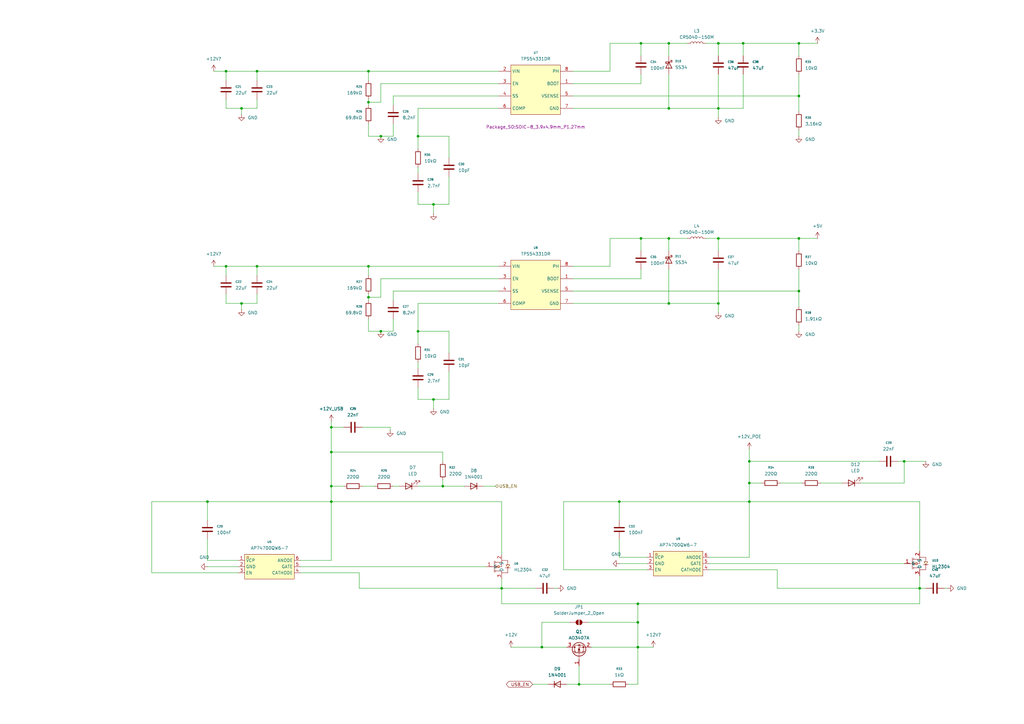
<source format=kicad_sch>
(kicad_sch (version 20231120) (generator "eeschema") (generator_version "8.0")
  (paper "A3")
  (lib_symbols
    (symbol "1N4001_1" (pin_numbers hide) (pin_names hide)
      (property "Reference" "D" (at 0 2.54 0))
      (property "Value" "1N4001" (at 0 -2.54 0))
      (symbol "1N4001_1_0_1"
        (polyline (pts (xy -1.27 1.27) (xy -1.27 -1.27)) (stroke (width 0.254)))
        (polyline (pts (xy 1.27 0) (xy -1.27 0)))
        (polyline (pts (xy 1.27 1.27) (xy 1.27 -1.27) (xy -1.27 0) (xy 1.27 1.27)) (stroke (width 0.254)))
      )
      (symbol "1N4001_1_1_1"
        (pin passive line (at -3.81 0 0) (length 2.54) (name "K") (number "1"))
        (pin passive line (at 3.81 0 180) (length 2.54) (name "A") (number "2"))
      )
    )
    (symbol "Device:C" (pin_numbers hide) (pin_names (offset 0.254))
      (property "Reference" "C" (at 0.635 2.54 0))
      (property "Value" "C" (at 0.635 -2.54 0))
      (symbol "C_0_1"
        (polyline (pts (xy -2.032 -0.762) (xy 2.032 -0.762)) (stroke (width 0.508)))
        (polyline (pts (xy -2.032 0.762) (xy 2.032 0.762)) (stroke (width 0.508)))
      )
      (symbol "C_1_1"
        (pin passive line (at 0 3.81 270) (length 2.794) (name "~") (number "1"))
        (pin passive line (at 0 -3.81 90) (length 2.794) (name "~") (number "2"))
      )
    )
    (symbol "Device:L" (pin_numbers hide) (pin_names (offset 1.016) hide)
      (property "Reference" "L" (at -1.27 0 90))
      (property "Value" "L" (at 1.905 0 90))
      (symbol "L_0_1"
        (arc (start 0 -2.54) (mid 0.6323 -1.905) (end 0 -1.27))
        (arc (start 0 -1.27) (mid 0.6323 -0.635) (end 0 0))
        (arc (start 0 0) (mid 0.6323 0.635) (end 0 1.27))
        (arc (start 0 1.27) (mid 0.6323 1.905) (end 0 2.54))
      )
      (symbol "L_1_1"
        (pin passive line (at 0 3.81 270) (length 1.27) (name "1") (number "1"))
        (pin passive line (at 0 -3.81 90) (length 1.27) (name "2") (number "2"))
      )
    )
    (symbol "Device:LED" (pin_numbers hide) (pin_names (offset 1.016) hide)
      (property "Reference" "D" (at 0 2.54 0))
      (property "Value" "LED" (at 0 -2.54 0))
      (symbol "LED_0_1"
        (polyline (pts (xy -1.27 -1.27) (xy -1.27 1.27)) (stroke (width 0.254)))
        (polyline (pts (xy -1.27 0) (xy 1.27 0)))
        (polyline (pts (xy 1.27 -1.27) (xy 1.27 1.27) (xy -1.27 0) (xy 1.27 -1.27)) (stroke (width 0.254)))
        (polyline (pts (xy -3.048 -0.762) (xy -4.572 -2.286) (xy -3.81 -2.286) (xy -4.572 -2.286) (xy -4.572 -1.524)))
        (polyline (pts (xy -1.778 -0.762) (xy -3.302 -2.286) (xy -2.54 -2.286) (xy -3.302 -2.286) (xy -3.302 -1.524)))
      )
      (symbol "LED_1_1"
        (pin passive line (at -3.81 0 0) (length 2.54) (name "K") (number "1"))
        (pin passive line (at 3.81 0 180) (length 2.54) (name "A") (number "2"))
      )
    )
    (symbol "Device:R" (pin_numbers hide) (pin_names (offset 0))
      (property "Reference" "R" (at 2.032 0 90))
      (property "Value" "R" (at 0 0 90))
      (symbol "R_0_1"
        (rectangle (start -1.016 -2.54) (end 1.016 2.54) (stroke (width 0.254)))
      )
      (symbol "R_1_1"
        (pin passive line (at 0 3.81 270) (length 1.27) (name "~") (number "1"))
        (pin passive line (at 0 -3.81 90) (length 1.27) (name "~") (number "2"))
      )
    )
    (symbol "Diode:1N4001" (pin_numbers hide) (pin_names hide)
      (property "Reference" "D" (at 0 2.54 0))
      (property "Value" "1N4001" (at 0 -2.54 0))
      (symbol "1N4001_0_1"
        (polyline (pts (xy -1.27 1.27) (xy -1.27 -1.27)) (stroke (width 0.254)))
        (polyline (pts (xy 1.27 0) (xy -1.27 0)))
        (polyline (pts (xy 1.27 1.27) (xy 1.27 -1.27) (xy -1.27 0) (xy 1.27 1.27)) (stroke (width 0.254)))
      )
      (symbol "1N4001_1_1"
        (pin passive line (at -3.81 0 0) (length 2.54) (name "K") (number "1"))
        (pin passive line (at 3.81 0 180) (length 2.54) (name "A") (number "2"))
      )
    )
    (symbol "Diode:SS34" (pin_numbers hide) (pin_names (offset 1.016) hide)
      (property "Reference" "D" (at 0 2.54 0))
      (property "Value" "SS34" (at 0 -2.54 0))
      (symbol "SS34_0_1"
        (polyline (pts (xy 1.27 0) (xy -1.27 0)))
        (polyline (pts (xy 1.27 1.27) (xy 1.27 -1.27) (xy -1.27 0) (xy 1.27 1.27)) (stroke (width 0.254)))
        (polyline (pts (xy -1.905 0.635) (xy -1.905 1.27) (xy -1.27 1.27) (xy -1.27 -1.27) (xy -0.635 -1.27) (xy -0.635 -0.635)) (stroke (width 0.254)))
      )
      (symbol "SS34_1_1"
        (pin passive line (at -3.81 0 0) (length 2.54) (name "K") (number "1"))
        (pin passive line (at 3.81 0 180) (length 2.54) (name "A") (number "2"))
      )
    )
    (symbol "Jumper:SolderJumper_2_Open" (pin_numbers hide) (pin_names (offset 0) hide) (exclude_from_sim yes) (in_bom no)
      (property "Reference" "JP" (at 0 2.032 0))
      (property "Value" "SolderJumper_2_Open" (at 0 -2.54 0))
      (symbol "SolderJumper_2_Open_0_1"
        (arc (start -0.254 1.016) (mid -1.2656 0) (end -0.254 -1.016))
        (arc (start -0.254 1.016) (mid -1.2656 0) (end -0.254 -1.016) (fill (type outline)))
        (polyline (pts (xy -0.254 1.016) (xy -0.254 -1.016)))
        (polyline (pts (xy 0.254 1.016) (xy 0.254 -1.016)))
        (arc (start 0.254 -1.016) (mid 1.2656 0) (end 0.254 1.016))
        (arc (start 0.254 -1.016) (mid 1.2656 0) (end 0.254 1.016) (fill (type outline)))
      )
      (symbol "SolderJumper_2_Open_1_1"
        (pin passive line (at -3.81 0 0) (length 2.54) (name "A") (number "1"))
        (pin passive line (at 3.81 0 180) (length 2.54) (name "B") (number "2"))
      )
    )
    (symbol "LED_1" (pin_numbers hide) (pin_names (offset 1.016) hide)
      (property "Reference" "D" (at 0 2.54 0))
      (property "Value" "LED" (at 0 -2.54 0))
      (symbol "LED_1_0_1"
        (polyline (pts (xy -1.27 -1.27) (xy -1.27 1.27)) (stroke (width 0.254)))
        (polyline (pts (xy -1.27 0) (xy 1.27 0)))
        (polyline (pts (xy 1.27 -1.27) (xy 1.27 1.27) (xy -1.27 0) (xy 1.27 -1.27)) (stroke (width 0.254)))
        (polyline (pts (xy -3.048 -0.762) (xy -4.572 -2.286) (xy -3.81 -2.286) (xy -4.572 -2.286) (xy -4.572 -1.524)))
        (polyline (pts (xy -1.778 -0.762) (xy -3.302 -2.286) (xy -2.54 -2.286) (xy -3.302 -2.286) (xy -3.302 -1.524)))
      )
      (symbol "LED_1_1_1"
        (pin passive line (at -3.81 0 0) (length 2.54) (name "K") (number "1"))
        (pin passive line (at 3.81 0 180) (length 2.54) (name "A") (number "2"))
      )
    )
    (symbol "Library:AP74700QW6-7"
      (property "Reference" "U" (at 0 7.62 0))
      (property "Value" "AP74700QW6-7" (at 0 -7.62 0))
      (symbol "AP74700QW6-7_0_1"
        (rectangle (start -10.16 5.08) (end 10.16 -5.08) (fill (type background)))
        (circle (center -8.89 3.81) (radius 0.38))
        (pin unspecified line (at -12.7 2.54 0) (length 2.54) (name "VCP") (number "1"))
        (pin unspecified line (at -12.7 0 0) (length 2.54) (name "GND") (number "2"))
        (pin unspecified line (at -12.7 -2.54 0) (length 2.54) (name "EN") (number "3"))
        (pin unspecified line (at 12.7 -2.54 180) (length 2.54) (name "CATHODE") (number "4"))
        (pin unspecified line (at 12.7 0 180) (length 2.54) (name "GATE") (number "5"))
        (pin unspecified line (at 12.7 2.54 180) (length 2.54) (name "ANODE") (number "6"))
      )
    )
    (symbol "Library:HL2304"
      (property "Reference" "U" (at 0 10.16 0))
      (property "Value" "HL2304" (at 0 -10.16 0))
      (symbol "HL2304_0_1"
        (polyline (pts (xy -3.81 0) (xy -1.78 0)))
        (polyline (pts (xy -1.78 2.29) (xy -1.78 -2.29)))
        (polyline (pts (xy -1.27 -2.29) (xy -1.27 -1.27)))
        (polyline (pts (xy -1.27 -0.51) (xy -1.27 0.51)))
        (polyline (pts (xy -1.27 2.29) (xy -1.27 1.27)))
        (polyline (pts (xy 1.27 -1.78) (xy -1.27 -1.78)))
        (polyline (pts (xy -1.27 0) (xy 0.25 -0.51) (xy 0.25 0.51) (xy -1.27 0)) (fill (type background)))
        (polyline (pts (xy 3.81 0.51) (xy 3.05 -0.76) (xy 4.57 -0.76) (xy 3.81 0.51)) (fill (type background)))
        (polyline (pts (xy 4.83 0.51) (xy 4.32 0.51) (xy 3.3 0.51) (xy 2.79 0.51)))
        (polyline (pts (xy -1.27 0) (xy 1.27 0) (xy 1.27 -2.54) (xy 3.81 -2.54) (xy 3.81 -0.76)))
        (polyline (pts (xy -1.27 1.78) (xy 1.27 1.78) (xy 1.27 2.54) (xy 3.81 2.54) (xy 3.81 0.51)))
        (pin unspecified line (at -5.08 0 0) (length 2.54) (name "G") (number "1"))
        (pin unspecified line (at 1.27 -5.08 90) (length 2.54) (name "S") (number "2"))
        (pin unspecified line (at 1.27 5.08 270) (length 2.54) (name "D") (number "3"))
      )
    )
    (symbol "Library:TPS54331DR"
      (property "Reference" "U" (at 0 12.7 0))
      (property "Value" "TPS54331DR" (at 0 -12.7 0))
      (symbol "TPS54331DR_0_1"
        (rectangle (start -10.16 10.16) (end 10.16 -10.16) (fill (type background)))
        (pin unspecified line (at 15.24 2.54 180) (length 5.08) (name "BOOT") (number "1"))
        (pin power_in line (at -15.24 7.62 0) (length 5.08) (name "VIN") (number "2"))
        (pin unspecified line (at -15.24 2.54 0) (length 5.08) (name "EN") (number "3"))
        (pin unspecified line (at -15.24 -2.54 0) (length 5.08) (name "SS") (number "4"))
        (pin unspecified line (at 15.24 -2.54 180) (length 5.08) (name "VSENSE") (number "5"))
        (pin unspecified line (at -15.24 -7.62 0) (length 5.08) (name "COMP") (number "6"))
        (pin power_in line (at 15.24 -7.62 180) (length 5.08) (name "GND") (number "7"))
        (pin power_in line (at 15.24 7.62 180) (length 5.08) (name "PH") (number "8"))
      )
    )
    (symbol "SS34_1" (pin_numbers hide) (pin_names (offset 1.016) hide)
      (property "Reference" "D" (at 0 2.54 0))
      (property "Value" "SS34" (at 0 -2.54 0))
      (symbol "SS34_1_0_1"
        (polyline (pts (xy 1.27 0) (xy -1.27 0)))
        (polyline (pts (xy 1.27 1.27) (xy 1.27 -1.27) (xy -1.27 0) (xy 1.27 1.27)) (stroke (width 0.254)))
        (polyline (pts (xy -1.905 0.635) (xy -1.905 1.27) (xy -1.27 1.27) (xy -1.27 -1.27) (xy -0.635 -1.27) (xy -0.635 -0.635)) (stroke (width 0.254)))
      )
      (symbol "SS34_1_1_1"
        (pin passive line (at -3.81 0 0) (length 2.54) (name "K") (number "1"))
        (pin passive line (at 3.81 0 180) (length 2.54) (name "A") (number "2"))
      )
    )
    (symbol "Transistor_FET:AO3401A" (pin_names hide)
      (property "Reference" "Q" (at 5.08 1.905 0))
      (property "Value" "AO3401A" (at 5.08 0 0))
      (symbol "AO3401A_0_1"
        (polyline (pts (xy 0.254 0) (xy -2.54 0)))
        (polyline (pts (xy 0.254 1.905) (xy 0.254 -1.905)) (stroke (width 0.254)))
        (polyline (pts (xy 0.762 -1.27) (xy 0.762 -2.286)) (stroke (width 0.254)))
        (polyline (pts (xy 0.762 0.508) (xy 0.762 -0.508)) (stroke (width 0.254)))
        (polyline (pts (xy 0.762 2.286) (xy 0.762 1.27)) (stroke (width 0.254)))
        (polyline (pts (xy 2.54 2.54) (xy 2.54 1.778)))
        (polyline (pts (xy 2.54 -2.54) (xy 2.54 0) (xy 0.762 0)))
        (polyline (pts (xy 0.762 1.778) (xy 3.302 1.778) (xy 3.302 -1.778) (xy 0.762 -1.778)))
        (polyline (pts (xy 2.286 0) (xy 1.27 0.381) (xy 1.27 -0.381) (xy 2.286 0)) (fill (type outline)))
        (polyline (pts (xy 2.794 -0.508) (xy 2.921 -0.381) (xy 3.683 -0.381) (xy 3.81 -0.254)))
        (polyline (pts (xy 3.302 -0.381) (xy 2.921 0.254) (xy 3.683 0.254) (xy 3.302 -0.381)))
        (circle (center 1.651 0) (radius 2.794) (stroke (width 0.254)))
        (circle (center 2.54 -1.778) (radius 0.254) (fill (type outline)))
        (circle (center 2.54 1.778) (radius 0.254) (fill (type outline)))
      )
      (symbol "AO3401A_1_1"
        (pin input line (at -5.08 0 0) (length 2.54) (name "G") (number "1"))
        (pin passive line (at 2.54 -5.08 90) (length 2.54) (name "S") (number "2"))
        (pin passive line (at 2.54 5.08 270) (length 2.54) (name "D") (number "3"))
      )
    )
    (symbol "power:+12V" (power) (pin_numbers hide) (pin_names (offset 0) hide)
      (property "Value" "+12V" (at 0 3.556 0))
      (symbol "+12V_0_1"
        (polyline (pts (xy -0.762 1.27) (xy 0 2.54)))
        (polyline (pts (xy 0 0) (xy 0 2.54)))
        (polyline (pts (xy 0 2.54) (xy 0.762 1.27)))
      )
      (symbol "+12V_1_1"
        (pin power_in line (at 0 0 90) (length 0) (name "~") (number "1"))
      )
    )
    (symbol "power:+3.3V" (power) (pin_numbers hide) (pin_names (offset 0) hide)
      (property "Value" "+3.3V" (at 0 3.556 0))
      (symbol "+3.3V_0_1"
        (polyline (pts (xy -0.762 1.27) (xy 0 2.54)))
        (polyline (pts (xy 0 0) (xy 0 2.54)))
        (polyline (pts (xy 0 2.54) (xy 0.762 1.27)))
      )
      (symbol "+3.3V_1_1"
        (pin power_in line (at 0 0 90) (length 0) (name "~") (number "1"))
      )
    )
    (symbol "power:+5V" (power) (pin_numbers hide) (pin_names (offset 0) hide)
      (property "Value" "+5V" (at 0 3.556 0))
      (symbol "+5V_0_1"
        (polyline (pts (xy -0.762 1.27) (xy 0 2.54)))
        (polyline (pts (xy 0 0) (xy 0 2.54)))
        (polyline (pts (xy 0 2.54) (xy 0.762 1.27)))
      )
      (symbol "+5V_1_1"
        (pin power_in line (at 0 0 90) (length 0) (name "~") (number "1"))
      )
    )
    (symbol "power:GND" (power) (pin_numbers hide) (pin_names (offset 0) hide)
      (property "Value" "GND" (at 0 -3.81 0))
      (symbol "GND_0_1"
        (polyline (pts (xy 0 0) (xy 0 -1.27) (xy 1.27 -1.27) (xy 0 -2.54) (xy -1.27 -1.27) (xy 0 -1.27)))
      )
      (symbol "GND_1_1"
        (pin power_in line (at 0 0 270) (length 0) (name "~") (number "1"))
      )
    )
  )
  (junction (at 205.74 241.3))
  (junction (at 307.34 198.12))
  (junction (at 99.06 124.46))
  (junction (at 151.13 109.22))
  (junction (at 105.41 29.21))
  (junction (at 261.62 265.43))
  (junction (at 156.21 55.88))
  (junction (at 181.61 199.39))
  (junction (at 135.89 185.42))
  (junction (at 262.89 97.79))
  (junction (at 254 205.74))
  (junction (at 307.34 205.74))
  (junction (at 294.64 44.45))
  (junction (at 151.13 29.21))
  (junction (at 327.66 39.37))
  (junction (at 294.64 17.78))
  (junction (at 307.34 189.23))
  (junction (at 92.71 29.21))
  (junction (at 274.32 17.78))
  (junction (at 151.13 41.91))
  (junction (at 370.84 189.23))
  (junction (at 177.8 163.83))
  (junction (at 261.62 247.65))
  (junction (at 135.89 175.26))
  (junction (at 377.19 241.3))
  (junction (at 294.64 124.46))
  (junction (at 135.89 205.74))
  (junction (at 327.66 97.79))
  (junction (at 262.89 17.78))
  (junction (at 304.8 17.78))
  (junction (at 171.45 55.88))
  (junction (at 274.32 124.46))
  (junction (at 99.06 44.45))
  (junction (at 177.8 83.82))
  (junction (at 171.45 135.89))
  (junction (at 92.71 109.22))
  (junction (at 274.32 44.45))
  (junction (at 135.89 199.39))
  (junction (at 274.32 97.79))
  (junction (at 261.62 255.27))
  (junction (at 222.25 265.43))
  (junction (at 105.41 109.22))
  (junction (at 85.09 205.74))
  (junction (at 237.49 280.67))
  (junction (at 156.21 135.89))
  (junction (at 327.66 119.38))
  (junction (at 327.66 17.78))
  (junction (at 294.64 97.79))
  (junction (at 151.13 121.92))
  (wire (pts (xy 92.71 109.22) (xy 92.71 113.03)))
  (wire (pts (xy 360.68 189.23) (xy 307.34 189.23)))
  (wire (pts (xy 62.23 205.74) (xy 62.23 234.95)))
  (wire (pts (xy 327.66 17.78) (xy 327.66 22.86)))
  (wire (pts (xy 261.62 255.27) (xy 261.62 265.43)))
  (wire (pts (xy 205.74 205.74) (xy 135.89 205.74)))
  (wire (pts (xy 265.43 228.6) (xy 254 228.6)))
  (wire (pts (xy 377.19 241.3) (xy 377.19 247.65)))
  (wire (pts (xy 177.8 163.83) (xy 177.8 167.64)))
  (wire (pts (xy 177.8 83.82) (xy 184.15 83.82)))
  (wire (pts (xy 250.19 109.22) (xy 234.95 109.22)))
  (wire (pts (xy 307.34 228.6) (xy 290.83 228.6)))
  (wire (pts (xy 105.41 109.22) (xy 151.13 109.22)))
  (wire (pts (xy 294.64 44.45) (xy 294.64 48.26)))
  (wire (pts (xy 234.95 39.37) (xy 327.66 39.37)))
  (wire (pts (xy 250.19 29.21) (xy 250.19 17.78)))
  (wire (pts (xy 147.32 234.95) (xy 147.32 241.3)))
  (wire (pts (xy 151.13 50.8) (xy 151.13 55.88)))
  (wire (pts (xy 250.19 97.79) (xy 262.89 97.79)))
  (wire (pts (xy 209.55 265.43) (xy 222.25 265.43)))
  (wire (pts (xy 294.64 44.45) (xy 274.32 44.45)))
  (wire (pts (xy 97.79 232.41) (xy 85.09 232.41)))
  (wire (pts (xy 151.13 130.81) (xy 151.13 135.89)))
  (wire (pts (xy 327.66 119.38) (xy 327.66 125.73)))
  (wire (pts (xy 307.34 205.74) (xy 307.34 228.6)))
  (wire (pts (xy 92.71 29.21) (xy 87.63 29.21)))
  (wire (pts (xy 304.8 17.78) (xy 327.66 17.78)))
  (wire (pts (xy 304.8 30.48) (xy 304.8 44.45)))
  (wire (pts (xy 151.13 109.22) (xy 204.47 109.22)))
  (wire (pts (xy 161.29 135.89) (xy 161.29 130.81)))
  (wire (pts (xy 135.89 185.42) (xy 135.89 199.39)))
  (wire (pts (xy 232.41 280.67) (xy 237.49 280.67)))
  (wire (pts (xy 205.74 241.3) (xy 219.71 241.3)))
  (wire (pts (xy 151.13 29.21) (xy 204.47 29.21)))
  (wire (pts (xy 135.89 205.74) (xy 85.09 205.74)))
  (wire (pts (xy 184.15 152.4) (xy 184.15 163.83)))
  (wire (pts (xy 151.13 121.92) (xy 151.13 123.19)))
  (wire (pts (xy 105.41 109.22) (xy 92.71 109.22)))
  (wire (pts (xy 204.47 124.46) (xy 171.45 124.46)))
  (wire (pts (xy 177.8 83.82) (xy 171.45 83.82)))
  (wire (pts (xy 105.41 40.64) (xy 105.41 44.45)))
  (wire (pts (xy 99.06 124.46) (xy 99.06 127)))
  (wire (pts (xy 231.14 233.68) (xy 265.43 233.68)))
  (wire (pts (xy 204.47 34.29) (xy 156.21 34.29)))
  (wire (pts (xy 160.02 175.26) (xy 148.59 175.26)))
  (wire (pts (xy 85.09 205.74) (xy 85.09 213.36)))
  (wire (pts (xy 135.89 199.39) (xy 140.97 199.39)))
  (wire (pts (xy 234.95 119.38) (xy 327.66 119.38)))
  (wire (pts (xy 377.19 205.74) (xy 307.34 205.74)))
  (wire (pts (xy 274.32 17.78) (xy 262.89 17.78)))
  (wire (pts (xy 105.41 29.21) (xy 105.41 33.02)))
  (wire (pts (xy 181.61 185.42) (xy 181.61 189.23)))
  (wire (pts (xy 184.15 135.89) (xy 184.15 144.78)))
  (wire (pts (xy 205.74 247.65) (xy 261.62 247.65)))
  (wire (pts (xy 250.19 29.21) (xy 234.95 29.21)))
  (wire (pts (xy 151.13 120.65) (xy 151.13 121.92)))
  (wire (pts (xy 171.45 44.45) (xy 171.45 55.88)))
  (wire (pts (xy 184.15 55.88) (xy 171.45 55.88)))
  (wire (pts (xy 234.95 114.3) (xy 262.89 114.3)))
  (wire (pts (xy 147.32 234.95) (xy 123.19 234.95)))
  (wire (pts (xy 353.06 198.12) (xy 370.84 198.12)))
  (wire (pts (xy 267.97 265.43) (xy 261.62 265.43)))
  (wire (pts (xy 171.45 135.89) (xy 171.45 140.97)))
  (wire (pts (xy 234.95 34.29) (xy 262.89 34.29)))
  (wire (pts (xy 294.64 124.46) (xy 294.64 128.27)))
  (wire (pts (xy 161.29 39.37) (xy 161.29 43.18)))
  (wire (pts (xy 151.13 41.91) (xy 151.13 43.18)))
  (wire (pts (xy 105.41 29.21) (xy 92.71 29.21)))
  (wire (pts (xy 294.64 124.46) (xy 274.32 124.46)))
  (wire (pts (xy 254 220.98) (xy 254 228.6)))
  (wire (pts (xy 218.44 280.67) (xy 224.79 280.67)))
  (wire (pts (xy 294.64 30.48) (xy 294.64 44.45)))
  (wire (pts (xy 184.15 72.39) (xy 184.15 83.82)))
  (wire (pts (xy 135.89 175.26) (xy 135.89 172.72)))
  (wire (pts (xy 99.06 44.45) (xy 105.41 44.45)))
  (wire (pts (xy 261.62 280.67) (xy 261.62 265.43)))
  (wire (pts (xy 234.95 124.46) (xy 274.32 124.46)))
  (wire (pts (xy 222.25 265.43) (xy 232.41 265.43)))
  (wire (pts (xy 254 205.74) (xy 254 213.36)))
  (wire (pts (xy 304.8 44.45) (xy 294.64 44.45)))
  (wire (pts (xy 294.64 110.49) (xy 294.64 124.46)))
  (wire (pts (xy 257.81 280.67) (xy 261.62 280.67)))
  (wire (pts (xy 161.29 55.88) (xy 161.29 50.8)))
  (wire (pts (xy 307.34 198.12) (xy 312.42 198.12)))
  (wire (pts (xy 105.41 120.65) (xy 105.41 124.46)))
  (wire (pts (xy 261.62 247.65) (xy 377.19 247.65)))
  (wire (pts (xy 227.33 241.3) (xy 228.6 241.3)))
  (wire (pts (xy 177.8 83.82) (xy 177.8 87.63)))
  (wire (pts (xy 294.64 17.78) (xy 304.8 17.78)))
  (wire (pts (xy 156.21 41.91) (xy 151.13 41.91)))
  (wire (pts (xy 181.61 196.85) (xy 181.61 199.39)))
  (wire (pts (xy 171.45 163.83) (xy 171.45 158.75)))
  (wire (pts (xy 222.25 255.27) (xy 222.25 265.43)))
  (wire (pts (xy 254 205.74) (xy 231.14 205.74)))
  (wire (pts (xy 135.89 205.74) (xy 135.89 229.87)))
  (wire (pts (xy 161.29 199.39) (xy 163.83 199.39)))
  (wire (pts (xy 184.15 55.88) (xy 184.15 64.77)))
  (wire (pts (xy 92.71 109.22) (xy 87.63 109.22)))
  (wire (pts (xy 274.32 30.48) (xy 274.32 44.45)))
  (wire (pts (xy 370.84 189.23) (xy 379.73 189.23)))
  (wire (pts (xy 262.89 17.78) (xy 262.89 22.86)))
  (wire (pts (xy 327.66 110.49) (xy 327.66 119.38)))
  (wire (pts (xy 92.71 124.46) (xy 99.06 124.46)))
  (wire (pts (xy 274.32 97.79) (xy 281.94 97.79)))
  (wire (pts (xy 327.66 133.35) (xy 327.66 135.89)))
  (wire (pts (xy 181.61 199.39) (xy 190.5 199.39)))
  (wire (pts (xy 233.68 255.27) (xy 222.25 255.27)))
  (wire (pts (xy 171.45 68.58) (xy 171.45 71.12)))
  (wire (pts (xy 289.56 17.78) (xy 294.64 17.78)))
  (wire (pts (xy 320.04 198.12) (xy 328.93 198.12)))
  (wire (pts (xy 177.8 163.83) (xy 171.45 163.83)))
  (wire (pts (xy 171.45 124.46) (xy 171.45 135.89)))
  (wire (pts (xy 177.8 163.83) (xy 184.15 163.83)))
  (wire (pts (xy 151.13 40.64) (xy 151.13 41.91)))
  (wire (pts (xy 274.32 97.79) (xy 262.89 97.79)))
  (wire (pts (xy 92.71 40.64) (xy 92.71 44.45)))
  (wire (pts (xy 307.34 189.23) (xy 307.34 184.15)))
  (wire (pts (xy 135.89 199.39) (xy 135.89 205.74)))
  (wire (pts (xy 161.29 135.89) (xy 156.21 135.89)))
  (wire (pts (xy 204.47 44.45) (xy 171.45 44.45)))
  (wire (pts (xy 294.64 97.79) (xy 294.64 102.87)))
  (wire (pts (xy 327.66 97.79) (xy 335.28 97.79)))
  (wire (pts (xy 307.34 198.12) (xy 307.34 205.74)))
  (wire (pts (xy 85.09 205.74) (xy 62.23 205.74)))
  (wire (pts (xy 294.64 97.79) (xy 327.66 97.79)))
  (wire (pts (xy 148.59 199.39) (xy 153.67 199.39)))
  (wire (pts (xy 234.95 44.45) (xy 274.32 44.45)))
  (wire (pts (xy 160.02 176.53) (xy 160.02 175.26)))
  (wire (pts (xy 105.41 109.22) (xy 105.41 113.03)))
  (wire (pts (xy 327.66 39.37) (xy 327.66 45.72)))
  (wire (pts (xy 203.2 199.39) (xy 198.12 199.39)))
  (wire (pts (xy 318.77 233.68) (xy 318.77 241.3)))
  (wire (pts (xy 184.15 135.89) (xy 171.45 135.89)))
  (wire (pts (xy 205.74 241.3) (xy 147.32 241.3)))
  (wire (pts (xy 205.74 205.74) (xy 205.74 227.33)))
  (wire (pts (xy 262.89 110.49) (xy 262.89 114.3)))
  (wire (pts (xy 289.56 97.79) (xy 294.64 97.79)))
  (wire (pts (xy 204.47 39.37) (xy 161.29 39.37)))
  (wire (pts (xy 171.45 199.39) (xy 181.61 199.39)))
  (wire (pts (xy 92.71 44.45) (xy 99.06 44.45)))
  (wire (pts (xy 156.21 135.89) (xy 151.13 135.89)))
  (wire (pts (xy 151.13 29.21) (xy 151.13 33.02)))
  (wire (pts (xy 205.74 241.3) (xy 205.74 247.65)))
  (wire (pts (xy 327.66 53.34) (xy 327.66 55.88)))
  (wire (pts (xy 135.89 229.87) (xy 123.19 229.87)))
  (wire (pts (xy 161.29 55.88) (xy 156.21 55.88)))
  (wire (pts (xy 274.32 17.78) (xy 274.32 22.86)))
  (wire (pts (xy 171.45 148.59) (xy 171.45 151.13)))
  (wire (pts (xy 388.62 241.3) (xy 387.35 241.3)))
  (wire (pts (xy 231.14 205.74) (xy 231.14 233.68)))
  (wire (pts (xy 294.64 17.78) (xy 294.64 22.86)))
  (wire (pts (xy 156.21 34.29) (xy 156.21 41.91)))
  (wire (pts (xy 171.45 55.88) (xy 171.45 60.96)))
  (wire (pts (xy 336.55 198.12) (xy 345.44 198.12)))
  (wire (pts (xy 151.13 109.22) (xy 151.13 113.03)))
  (wire (pts (xy 377.19 205.74) (xy 377.19 226.06)))
  (wire (pts (xy 377.19 241.3) (xy 318.77 241.3)))
  (wire (pts (xy 254 231.14) (xy 265.43 231.14)))
  (wire (pts (xy 327.66 30.48) (xy 327.66 39.37)))
  (wire (pts (xy 370.84 189.23) (xy 370.84 198.12)))
  (wire (pts (xy 92.71 120.65) (xy 92.71 124.46)))
  (wire (pts (xy 261.62 247.65) (xy 261.62 255.27)))
  (wire (pts (xy 99.06 44.45) (xy 99.06 46.99)))
  (wire (pts (xy 97.79 234.95) (xy 62.23 234.95)))
  (wire (pts (xy 274.32 17.78) (xy 281.94 17.78)))
  (wire (pts (xy 156.21 121.92) (xy 151.13 121.92)))
  (wire (pts (xy 250.19 109.22) (xy 250.19 97.79)))
  (wire (pts (xy 92.71 29.21) (xy 92.71 33.02)))
  (wire (pts (xy 237.49 280.67) (xy 250.19 280.67)))
  (wire (pts (xy 171.45 83.82) (xy 171.45 78.74)))
  (wire (pts (xy 237.49 280.67) (xy 237.49 273.05)))
  (wire (pts (xy 304.8 17.78) (xy 304.8 22.86)))
  (wire (pts (xy 327.66 97.79) (xy 327.66 102.87)))
  (wire (pts (xy 161.29 119.38) (xy 161.29 123.19)))
  (wire (pts (xy 377.19 236.22) (xy 377.19 241.3)))
  (wire (pts (xy 204.47 119.38) (xy 161.29 119.38)))
  (wire (pts (xy 204.47 114.3) (xy 156.21 114.3)))
  (wire (pts (xy 274.32 110.49) (xy 274.32 124.46)))
  (wire (pts (xy 242.57 265.43) (xy 261.62 265.43)))
  (wire (pts (xy 368.3 189.23) (xy 370.84 189.23)))
  (wire (pts (xy 254 205.74) (xy 307.34 205.74)))
  (wire (pts (xy 327.66 17.78) (xy 335.28 17.78)))
  (wire (pts (xy 262.89 30.48) (xy 262.89 34.29)))
  (wire (pts (xy 156.21 114.3) (xy 156.21 121.92)))
  (wire (pts (xy 370.84 231.14) (xy 290.83 231.14)))
  (wire (pts (xy 97.79 229.87) (xy 85.09 229.87)))
  (wire (pts (xy 250.19 17.78) (xy 262.89 17.78)))
  (wire (pts (xy 241.3 255.27) (xy 261.62 255.27)))
  (wire (pts (xy 274.32 97.79) (xy 274.32 102.87)))
  (wire (pts (xy 205.74 237.49) (xy 205.74 241.3)))
  (wire (pts (xy 262.89 97.79) (xy 262.89 102.87)))
  (wire (pts (xy 199.39 232.41) (xy 123.19 232.41)))
  (wire (pts (xy 379.73 241.3) (xy 377.19 241.3)))
  (wire (pts (xy 85.09 220.98) (xy 85.09 229.87)))
  (wire (pts (xy 135.89 185.42) (xy 181.61 185.42)))
  (wire (pts (xy 105.41 29.21) (xy 151.13 29.21)))
  (wire (pts (xy 307.34 189.23) (xy 307.34 198.12)))
  (wire (pts (xy 140.97 175.26) (xy 135.89 175.26)))
  (wire (pts (xy 318.77 233.68) (xy 290.83 233.68)))
  (wire (pts (xy 99.06 124.46) (xy 105.41 124.46)))
  (wire (pts (xy 156.21 55.88) (xy 151.13 55.88)))
  (wire (pts (xy 135.89 175.26) (xy 135.89 185.42)))
  (global_label "USB_EN" (shape bidirectional) (at 218.44 280.67 180) (property "Intersheetrefs" "${INTERSHEET_REFS}" (effects (hide yes))))
  (hierarchical_label "USB_EN" (shape bidirectional) (at 203.2 199.39 0))
  (symbol (lib_id "power:+12V") (at 307.34 184.15 0) (unit 1)
    (property "Reference" "#PWR055" (effects (hide yes)))
    (property "Value" "+12V_POE" (at 307.34 179.07 0))
    (property "Description" "Power symbol creates a global label with name \"+12V\"" (effects (hide yes)))
  )
  (symbol (lib_id "power:GND") (at 294.64 128.27 0) (unit 1)
    (property "Reference" "#PWR054" (effects (hide yes)))
    (property "Value" "GND" (at 297.18 129.5399 0) (effects (justify left)))
    (property "Description" "Power symbol creates a global label with name \"GND\" , ground" (effects (hide yes)))
  )
  (symbol (lib_id "Device:C") (at 92.71 36.83 180) (unit 1)
    (property "Reference" "C21" (at 96.52 35.5599 0) (effects (font (size 0.8382 0.8382)) (justify right)))
    (property "Value" "22uF" (at 96.52 38.0999 0) (effects (justify right)))
    (property "Footprint" "Capacitor_SMD:C_1210_3225Metric" (effects (hide yes)))
    (property "Description" "Unpolarized capacitor" (effects (hide yes)))
    (property "LCSC" "C2918506" (effects (hide yes)))
  )
  (symbol (lib_id "Device:C") (at 383.54 241.3 90) (unit 1)
    (property "Reference" "C40" (at 383.54 233.68 90) (effects (font (size 0.8382 0.8382))))
    (property "Value" "47uF" (at 383.54 236.22 90))
    (property "Footprint" "Capacitor_SMD:C_0805_2012Metric" (effects (hide yes)))
    (property "Description" "Unpolarized capacitor" (effects (hide yes)))
    (property "LCSC" "C16780" (effects (hide yes)))
  )
  (symbol (lib_id "power:+3.3V") (at 335.28 17.78 0) (unit 1)
    (property "Reference" "#PWR058" (effects (hide yes)))
    (property "Value" "+3.3V" (at 335.28 12.7 0))
    (property "Description" "Power symbol creates a global label with name \"+3.3V\"" (effects (hide yes)))
  )
  (symbol (lib_id "Device:C") (at 254 217.17 0) (unit 1)
    (property "Reference" "C33" (at 257.81 215.8999 0) (effects (font (size 0.8382 0.8382)) (justify left)))
    (property "Value" "100nF" (at 257.81 218.4399 0) (effects (justify left)))
    (property "Footprint" "Capacitor_SMD:C_0603_1608Metric" (effects (hide yes)))
    (property "Description" "Unpolarized capacitor" (effects (hide yes)))
    (property "LCSC" "C14663" (effects (hide yes)))
  )
  (symbol (lib_id "Device:L") (at 285.75 97.79 90) (unit 1)
    (property "Reference" "L4" (at 285.75 92.71 90))
    (property "Value" "CR5040-150M" (at 285.75 95.25 90))
    (property "Footprint" "Library:IND-SMD_L5.0-W5.0_SWPA5040S" (effects (hide yes)))
    (property "Description" "Inductor" (effects (hide yes)))
    (property "LCSC Part" "C520353" (effects (hide yes)))
    (property "LCSC" "C520353" (effects (hide yes)))
  )
  (symbol (lib_id "Device:L") (at 285.75 17.78 90) (unit 1)
    (property "Reference" "L3" (at 285.75 12.7 90))
    (property "Value" "CR5040-150M" (at 285.75 15.24 90))
    (property "Footprint" "Library:IND-SMD_L5.0-W5.0_SWPA5040S" (effects (hide yes)))
    (property "Description" "Inductor" (effects (hide yes)))
    (property "LCSC Part" "C520353" (effects (hide yes)))
    (property "LCSC" "C520353" (effects (hide yes)))
  )
  (symbol (lib_name "SS34_1") (lib_id "Diode:SS34") (at 274.32 106.68 270) (unit 1)
    (property "Reference" "D11" (at 276.86 105.0924 90) (effects (font (size 0.8382 0.8382)) (justify left)))
    (property "Value" "SS34" (at 276.86 107.6324 90) (effects (justify left)))
    (property "Footprint" "Diode_SMD:D_SMA" (effects (hide yes)))
    (property "Datasheet" "https://www.vishay.com/docs/88751/ss32.pdf" (effects (hide yes)))
    (property "Description" "40V 3A Schottky Diode, SMA" (effects (hide yes)))
    (property "LCSC" "C8678" (effects (hide yes)))
  )
  (symbol (lib_id "power:+5V") (at 335.28 97.79 0) (unit 1)
    (property "Reference" "#PWR059" (effects (hide yes)))
    (property "Value" "+5V" (at 335.28 92.71 0))
    (property "Description" "Power symbol creates a global label with name \"+5V\"" (effects (hide yes)))
  )
  (symbol (lib_id "Device:C") (at 161.29 46.99 180) (unit 1)
    (property "Reference" "C26" (at 165.1 45.7199 0) (effects (font (size 0.8382 0.8382)) (justify right)))
    (property "Value" "8.2nF" (at 165.1 48.2599 0) (effects (justify right)))
    (property "Footprint" "Capacitor_SMD:C_0603_1608Metric" (effects (hide yes)))
    (property "Description" "Unpolarized capacitor" (effects (hide yes)))
    (property "LCSC" "C1322360" (effects (hide yes)))
  )
  (symbol (lib_id "Library:HL2304") (at 204.47 232.41 0) (mirror x) (unit 1)
    (property "Reference" "U6" (at 210.82 231.1399 0) (effects (font (size 0.8382 0.8382)) (justify left)))
    (property "Value" "HL2304" (at 210.82 233.6799 0) (effects (justify left)))
    (property "Footprint" "Package_TO_SOT_SMD:SOT-23" (effects (hide yes)))
    (property "Datasheet" "https://ngspice.sourceforge.io/docs/ngspice-html-manual/manual.xhtml#cha_MOSFETs" (effects (hide yes)))
    (property "Description" "N-MOSFET transistor, drain/source/gate" (effects (hide yes)))
    (property "LCSC" "C7420346" (effects (hide yes)))
    (property "Sim.Device" "NMOS" (effects (hide yes)))
    (property "Sim.Type" "VDMOS" (effects (hide yes)))
    (property "Sim.Pins" "1=D 2=G 3=S" (effects (hide yes)))
    (property "LCSC Part" "C7420346" (effects (hide yes)))
  )
  (symbol (lib_id "Device:C") (at 184.15 148.59 180) (unit 1)
    (property "Reference" "C31" (at 187.96 147.3199 0) (effects (font (size 0.8382 0.8382)) (justify right)))
    (property "Value" "10pF" (at 187.96 149.8599 0) (effects (justify right)))
    (property "Footprint" "Capacitor_SMD:C_0805_2012Metric" (effects (hide yes)))
    (property "Description" "Unpolarized capacitor" (effects (hide yes)))
    (property "LCSC" "C157608" (effects (hide yes)))
  )
  (symbol (lib_id "power:GND") (at 327.66 55.88 0) (unit 1)
    (property "Reference" "#PWR056" (effects (hide yes)))
    (property "Value" "GND" (at 330.2 57.1499 0) (effects (justify left)))
    (property "Description" "Power symbol creates a global label with name \"GND\" , ground" (effects (hide yes)))
  )
  (symbol (lib_name "LED_1") (lib_id "Device:LED") (at 167.64 199.39 180) (unit 1)
    (property "Reference" "D7" (at 169.2275 191.77 0))
    (property "Value" "LED" (at 169.2275 194.31 0))
    (property "Footprint" "LED_SMD:LED_0805_2012Metric" (effects (hide yes)))
    (property "Description" "Light emitting diode" (effects (hide yes)))
    (property "LCSC" "C2297" (effects (hide yes)))
  )
  (symbol (lib_id "Jumper:SolderJumper_2_Open") (at 237.49 255.27 0) (unit 1) (exclude_from_sim yes) (in_bom no)
    (property "Reference" "JP1" (at 237.49 248.92 0))
    (property "Value" "SolderJumper_2_Open" (at 237.49 251.46 0))
    (property "Footprint" "Jumper:SolderJumper-2_P1.3mm_Open_TrianglePad1.0x1.5mm" (effects (hide yes)))
    (property "Description" "Solder Jumper, 2-pole, open" (effects (hide yes)))
  )
  (symbol (lib_id "Transistor_FET:AO3401A") (at 237.49 267.97 90) (unit 1)
    (property "Reference" "Q1" (at 237.49 259.08 90))
    (property "Value" "AO3407A" (at 237.49 261.62 90))
    (property "Footprint" "Package_TO_SOT_SMD:SOT-23" (effects (hide yes)))
    (property "LCSC" "C347478" (effects (hide yes)))
  )
  (symbol (lib_id "Device:R") (at 144.78 199.39 90) (unit 1)
    (property "Reference" "R24" (at 144.78 193.04 90) (effects (font (size 0.8382 0.8382))))
    (property "Value" "220Ω" (at 144.78 195.58 90))
    (property "Footprint" "Resistor_SMD:R_0603_1608Metric" (effects (hide yes)))
    (property "Description" "Resistor" (effects (hide yes)))
    (property "LCSC" "C22962" (effects (hide yes)))
  )
  (symbol (lib_id "power:+12V") (at 267.97 265.43 0) (unit 1)
    (property "Reference" "#PWR052" (effects (hide yes)))
    (property "Value" "+12V?" (at 267.97 260.35 0))
    (property "Description" "Power symbol creates a global label with name \"+12V\"" (effects (hide yes)))
  )
  (symbol (lib_id "Device:R") (at 327.66 26.67 180) (unit 1)
    (property "Reference" "R35" (at 330.2 25.3999 0) (effects (font (size 0.8382 0.8382)) (justify right)))
    (property "Value" "10kΩ" (at 330.2 27.9399 0) (effects (justify right)))
    (property "Footprint" "Resistor_SMD:R_0603_1608Metric" (effects (hide yes)))
    (property "Description" "Resistor" (effects (hide yes)))
    (property "LCSC" "C25804" (effects (hide yes)))
  )
  (symbol (lib_id "Device:R") (at 151.13 46.99 180) (unit 1)
    (property "Reference" "R26" (at 148.59 45.7199 0) (effects (font (size 0.8382 0.8382)) (justify left)))
    (property "Value" "69.8kΩ" (at 148.59 48.2599 0) (effects (justify left)))
    (property "Footprint" "Resistor_SMD:R_0603_1608Metric" (effects (hide yes)))
    (property "Description" "Resistor" (effects (hide yes)))
    (property "LCSC" "C23098" (effects (hide yes)))
  )
  (symbol (lib_id "Device:C") (at 144.78 175.26 90) (unit 1)
    (property "Reference" "C25" (at 144.78 167.64 90) (effects (font (size 0.8382 0.8382))))
    (property "Value" "22nF" (at 144.78 170.18 90))
    (property "Footprint" "Capacitor_SMD:C_0603_1608Metric" (effects (hide yes)))
    (property "Description" "Unpolarized capacitor" (effects (hide yes)))
    (property "LCSC" "C21122" (effects (hide yes)))
  )
  (symbol (lib_id "Device:R") (at 151.13 127 180) (unit 1)
    (property "Reference" "R28" (at 148.59 125.7299 0) (effects (font (size 0.8382 0.8382)) (justify left)))
    (property "Value" "69.8kΩ" (at 148.59 128.2699 0) (effects (justify left)))
    (property "Footprint" "Resistor_SMD:R_0603_1608Metric" (effects (hide yes)))
    (property "Description" "Resistor" (effects (hide yes)))
    (property "LCSC" "C23098" (effects (hide yes)))
  )
  (symbol (lib_id "Device:C") (at 262.89 106.68 0) (unit 1)
    (property "Reference" "C35" (at 266.7 105.4099 0) (effects (font (size 0.8382 0.8382)) (justify left)))
    (property "Value" "100nF" (at 266.7 107.9499 0) (effects (justify left)))
    (property "Footprint" "Capacitor_SMD:C_0603_1608Metric" (effects (hide yes)))
    (property "Description" "Unpolarized capacitor" (effects (hide yes)))
    (property "LCSC" "C14663" (effects (hide yes)))
  )
  (symbol (lib_id "Device:C") (at 105.41 116.84 180) (unit 1)
    (property "Reference" "C24" (at 109.22 115.5699 0) (effects (font (size 0.8382 0.8382)) (justify right)))
    (property "Value" "22uF" (at 109.22 118.1099 0) (effects (justify right)))
    (property "Footprint" "Capacitor_SMD:C_1210_3225Metric" (effects (hide yes)))
    (property "Description" "Unpolarized capacitor" (effects (hide yes)))
    (property "LCSC" "C2918506" (effects (hide yes)))
  )
  (symbol (lib_id "power:+12V") (at 87.63 29.21 0) (unit 1)
    (property "Reference" "#PWR039" (effects (hide yes)))
    (property "Value" "+12V?" (at 87.63 24.13 0))
    (property "Description" "Power symbol creates a global label with name \"+12V\"" (effects (hide yes)))
  )
  (symbol (lib_id "Device:C") (at 294.64 26.67 0) (unit 1)
    (property "Reference" "C36" (at 298.45 25.3999 0) (effects (font (size 0.8382 0.8382)) (justify left)))
    (property "Value" "47uF" (at 298.45 27.9399 0) (effects (justify left)))
    (property "Footprint" "Capacitor_SMD:C_0805_2012Metric" (effects (hide yes)))
    (property "Description" "Unpolarized capacitor" (effects (hide yes)))
    (property "LCSC" "C16780" (effects (hide yes)))
  )
  (symbol (lib_id "Device:C") (at 171.45 154.94 180) (unit 1)
    (property "Reference" "C29" (at 175.26 153.6699 0) (effects (font (size 0.8382 0.8382)) (justify right)))
    (property "Value" "2.7nF" (at 175.26 156.2099 0) (effects (justify right)))
    (property "Footprint" "Capacitor_SMD:C_0805_2012Metric" (effects (hide yes)))
    (property "Description" "Unpolarized capacitor" (effects (hide yes)))
    (property "LCSC" "C5186791" (effects (hide yes)))
  )
  (symbol (lib_id "Device:R") (at 327.66 106.68 180) (unit 1)
    (property "Reference" "R37" (at 330.2 105.4099 0) (effects (font (size 0.8382 0.8382)) (justify right)))
    (property "Value" "10kΩ" (at 330.2 107.9499 0) (effects (justify right)))
    (property "Footprint" "Resistor_SMD:R_0603_1608Metric" (effects (hide yes)))
    (property "Description" "Resistor" (effects (hide yes)))
    (property "LCSC" "C25804" (effects (hide yes)))
  )
  (symbol (lib_id "power:GND") (at 177.8 167.64 0) (unit 1)
    (property "Reference" "#PWR048" (effects (hide yes)))
    (property "Value" "GND" (at 180.34 168.9099 0) (effects (justify left)))
    (property "Description" "Power symbol creates a global label with name \"GND\" , ground" (effects (hide yes)))
  )
  (symbol (lib_id "power:GND") (at 254 231.14 270) (unit 1)
    (property "Reference" "#PWR051" (effects (hide yes)))
    (property "Value" "GND" (at 252.73 227.33 90))
    (property "Description" "Power symbol creates a global label with name \"GND\" , ground" (effects (hide yes)))
  )
  (symbol (lib_id "power:+12V") (at 209.55 265.43 0) (unit 1)
    (property "Reference" "#PWR049" (effects (hide yes)))
    (property "Value" "+12V" (at 209.55 260.35 0))
    (property "Description" "Power symbol creates a global label with name \"+12V\"" (effects (hide yes)))
  )
  (symbol (lib_id "Device:R") (at 151.13 36.83 180) (unit 1)
    (property "Reference" "R25" (at 148.59 35.5599 0) (effects (font (size 0.8382 0.8382)) (justify left)))
    (property "Value" "169kΩ" (at 148.59 38.0999 0) (effects (justify left)))
    (property "Footprint" "Resistor_SMD:R_0603_1608Metric" (effects (hide yes)))
    (property "Description" "Resistor" (effects (hide yes)))
    (property "LCSC" "C22817" (effects (hide yes)))
  )
  (symbol (lib_id "Device:C") (at 304.8 26.67 0) (unit 1)
    (property "Reference" "C38" (at 308.61 25.3999 0) (effects (font (size 0.8382 0.8382)) (justify left)))
    (property "Value" "47uF" (at 308.61 27.9399 0) (effects (justify left)))
    (property "Footprint" "Capacitor_SMD:C_0805_2012Metric" (effects (hide yes)))
    (property "Description" "Unpolarized capacitor" (effects (hide yes)))
    (property "LCSC" "C16780" (effects (hide yes)))
  )
  (symbol (lib_id "power:GND") (at 156.21 135.89 0) (unit 1)
    (property "Reference" "#PWR045" (effects (hide yes)))
    (property "Value" "GND" (at 158.75 137.1599 0) (effects (justify left)))
    (property "Description" "Power symbol creates a global label with name \"GND\" , ground" (effects (hide yes)))
  )
  (symbol (lib_id "Device:C") (at 184.15 68.58 180) (unit 1)
    (property "Reference" "C30" (at 187.96 67.3099 0) (effects (font (size 0.8382 0.8382)) (justify right)))
    (property "Value" "10pF" (at 187.96 69.8499 0) (effects (justify right)))
    (property "Footprint" "Capacitor_SMD:C_0805_2012Metric" (effects (hide yes)))
    (property "Description" "Unpolarized capacitor" (effects (hide yes)))
    (property "LCSC" "C157608" (effects (hide yes)))
  )
  (symbol (lib_name "1N4001_1") (lib_id "Diode:1N4001") (at 194.31 199.39 180) (unit 1)
    (property "Reference" "D8" (at 194.31 193.04 0))
    (property "Value" "1N4001" (at 194.31 195.58 0))
    (property "Footprint" "Diode_SMD:D_SOD-123F" (effects (hide yes)))
    (property "Datasheet" "http://www.vishay.com/docs/88503/1n4001.pdf" (effects (hide yes)))
    (property "Description" "50V 1A General Purpose Rectifier Diode, DO-41" (effects (hide yes)))
    (property "Sim.Device" "D" (effects (hide yes)))
    (property "Sim.Pins" "1=K 2=A" (effects (hide yes)))
    (property "LCSC" "C2892326" (effects (hide yes)))
  )
  (symbol (lib_id "Diode:1N4001") (at 228.6 280.67 0) (unit 1)
    (property "Reference" "D9" (at 228.6 274.32 0))
    (property "Value" "1N4001" (at 228.6 276.86 0))
    (property "Footprint" "Diode_SMD:D_SOD-123F" (effects (hide yes)))
    (property "Datasheet" "http://www.vishay.com/docs/88503/1n4001.pdf" (effects (hide yes)))
    (property "Description" "50V 1A General Purpose Rectifier Diode, DO-41" (effects (hide yes)))
    (property "Sim.Device" "D" (effects (hide yes)))
    (property "Sim.Pins" "1=K 2=A" (effects (hide yes)))
    (property "LCSC" "C2892326" (effects (hide yes)))
  )
  (symbol (lib_id "power:GND") (at 99.06 127 0) (unit 1)
    (property "Reference" "#PWR042" (effects (hide yes)))
    (property "Value" "GND" (at 101.6 128.2699 0) (effects (justify left)))
    (property "Description" "Power symbol creates a global label with name \"GND\" , ground" (effects (hide yes)))
  )
  (symbol (lib_id "power:GND") (at 85.09 232.41 270) (unit 1)
    (property "Reference" "#PWR038" (effects (hide yes)))
    (property "Value" "GND" (at 83.82 228.6 90))
    (property "Description" "Power symbol creates a global label with name \"GND\" , ground" (effects (hide yes)))
  )
  (symbol (lib_id "Device:C") (at 294.64 106.68 180) (unit 1)
    (property "Reference" "C37" (at 298.45 105.4099 0) (effects (font (size 0.8382 0.8382)) (justify right)))
    (property "Value" "47uF" (at 298.45 107.9499 0) (effects (justify right)))
    (property "Footprint" "Capacitor_SMD:C_0805_2012Metric" (effects (hide yes)))
    (property "Description" "Unpolarized capacitor" (effects (hide yes)))
    (property "LCSC" "C16780" (effects (hide yes)))
  )
  (symbol (lib_id "power:GND") (at 177.8 87.63 0) (unit 1)
    (property "Reference" "#PWR047" (effects (hide yes)))
    (property "Value" "GND" (effects (hide yes)))
    (property "Description" "Power symbol creates a global label with name \"GND\" , ground" (effects (hide yes)))
  )
  (symbol (lib_id "power:GND") (at 327.66 135.89 0) (unit 1)
    (property "Reference" "#PWR057" (effects (hide yes)))
    (property "Value" "GND" (at 330.2 137.1599 0) (effects (justify left)))
    (property "Description" "Power symbol creates a global label with name \"GND\" , ground" (effects (hide yes)))
  )
  (symbol (lib_id "Device:R") (at 171.45 64.77 180) (unit 1)
    (property "Reference" "R30" (at 173.99 63.4999 0) (effects (font (size 0.8382 0.8382)) (justify right)))
    (property "Value" "10kΩ" (at 173.99 66.0399 0) (effects (justify right)))
    (property "Footprint" "Resistor_SMD:R_0603_1608Metric" (effects (hide yes)))
    (property "Description" "Resistor" (effects (hide yes)))
    (property "LCSC" "C25804" (effects (hide yes)))
  )
  (symbol (lib_id "Device:R") (at 171.45 144.78 180) (unit 1)
    (property "Reference" "R31" (at 173.99 143.5099 0) (effects (font (size 0.8382 0.8382)) (justify right)))
    (property "Value" "10kΩ" (at 173.99 146.0499 0) (effects (justify right)))
    (property "Footprint" "Resistor_SMD:R_0603_1608Metric" (effects (hide yes)))
    (property "Description" "Resistor" (effects (hide yes)))
    (property "LCSC" "C25804" (effects (hide yes)))
  )
  (symbol (lib_id "Device:C") (at 223.52 241.3 90) (unit 1)
    (property "Reference" "C32" (at 223.52 233.68 90) (effects (font (size 0.8382 0.8382))))
    (property "Value" "47uF" (at 223.52 236.22 90))
    (property "Footprint" "Capacitor_SMD:C_0805_2012Metric" (effects (hide yes)))
    (property "Description" "Unpolarized capacitor" (effects (hide yes)))
    (property "LCSC" "C16780" (effects (hide yes)))
  )
  (symbol (lib_id "power:GND") (at 160.02 176.53 0) (unit 1)
    (property "Reference" "#PWR046" (effects (hide yes)))
    (property "Value" "GND" (at 162.56 177.7999 0) (effects (justify left)))
    (property "Description" "Power symbol creates a global label with name \"GND\" , ground" (effects (hide yes)))
  )
  (symbol (lib_id "power:GND") (at 99.06 46.99 0) (unit 1)
    (property "Reference" "#PWR041" (effects (hide yes)))
    (property "Value" "GND" (at 101.6 48.2599 0) (effects (justify left)))
    (property "Description" "Power symbol creates a global label with name \"GND\" , ground" (effects (hide yes)))
  )
  (symbol (lib_id "Device:C") (at 161.29 127 180) (unit 1)
    (property "Reference" "C27" (at 165.1 125.7299 0) (effects (font (size 0.8382 0.8382)) (justify right)))
    (property "Value" "8.2nF" (at 165.1 128.2699 0) (effects (justify right)))
    (property "Footprint" "Capacitor_SMD:C_0603_1608Metric" (effects (hide yes)))
    (property "Description" "Unpolarized capacitor" (effects (hide yes)))
    (property "LCSC" "C1322360" (effects (hide yes)))
  )
  (symbol (lib_id "Device:R") (at 316.23 198.12 90) (unit 1)
    (property "Reference" "R34" (at 316.23 191.77 90) (effects (font (size 0.8382 0.8382))))
    (property "Value" "220Ω" (at 316.23 194.31 90))
    (property "Footprint" "Resistor_SMD:R_0603_1608Metric" (effects (hide yes)))
    (property "Description" "Resistor" (effects (hide yes)))
    (property "LCSC" "C22962" (effects (hide yes)))
  )
  (symbol (lib_id "Device:R") (at 327.66 129.54 180) (unit 1)
    (property "Reference" "R38" (at 330.2 128.2699 0) (effects (font (size 0.8382 0.8382)) (justify right)))
    (property "Value" "1.91kΩ" (at 330.2 130.8099 0) (effects (justify right)))
    (property "Footprint" "Resistor_SMD:R_0603_1608Metric" (effects (hide yes)))
    (property "Description" "Resistor" (effects (hide yes)))
    (property "LCSC" "C22853" (effects (hide yes)))
  )
  (symbol (lib_id "Device:R") (at 157.48 199.39 90) (unit 1)
    (property "Reference" "R29" (at 157.48 193.04 90) (effects (font (size 0.8382 0.8382))))
    (property "Value" "220Ω" (at 157.48 195.58 90))
    (property "Footprint" "Resistor_SMD:R_0603_1608Metric" (effects (hide yes)))
    (property "Description" "Resistor" (effects (hide yes)))
    (property "LCSC" "C22962" (effects (hide yes)))
  )
  (symbol (lib_id "Library:AP74700QW6-7") (at 278.13 231.14 0) (unit 1)
    (property "Reference" "U9" (at 278.13 220.98 0) (effects (font (size 0.8382 0.8382))))
    (property "Value" "AP74700QW6-7" (at 278.13 223.52 0))
    (property "Footprint" "Package_TO_SOT_SMD:SOT-23-6" (effects (hide yes)))
    (property "LCSC" "C5381661" (effects (hide yes)))
    (property "LCSC Part" "C5381661" (effects (hide yes)))
  )
  (symbol (lib_id "power:GND") (at 379.73 189.23 0) (unit 1)
    (property "Reference" "#PWR060" (effects (hide yes)))
    (property "Value" "GND" (at 382.27 190.4999 0) (effects (justify left)))
    (property "Description" "Power symbol creates a global label with name \"GND\" , ground" (effects (hide yes)))
  )
  (symbol (lib_id "Device:R") (at 327.66 49.53 180) (unit 1)
    (property "Reference" "R36" (at 330.2 48.2599 0) (effects (font (size 0.8382 0.8382)) (justify right)))
    (property "Value" "3.16kΩ" (at 330.2 50.7999 0) (effects (justify right)))
    (property "Footprint" "Resistor_SMD:R_0603_1608Metric" (effects (hide yes)))
    (property "Description" "Resistor" (effects (hide yes)))
    (property "LCSC" "C22993" (effects (hide yes)))
  )
  (symbol (lib_id "Library:TPS54331DR") (at 219.71 36.83 0) (unit 1)
    (property "Reference" "U7" (at 219.71 21.59 0) (effects (font (size 0.8382 0.8382))))
    (property "Value" "TPS54331DR" (at 219.71 24.13 0))
    (property "Footprint" "Package_SO:SOIC-8_3.9x4.9mm_P1.27mm" (at 219.71 52.07 0))
    (property "Datasheet" "https://lcsc.com/product-detail/DC-DC-Converters_TI_TPS54331DR_TPS54331DR_C9865.html" (effects (hide yes)))
    (property "LCSC" "C9865" (effects (hide yes)))
    (property "LCSC Part" "C9865" (effects (hide yes)))
  )
  (symbol (lib_id "Diode:SS34") (at 274.32 26.67 270) (unit 1)
    (property "Reference" "D10" (at 276.86 25.0824 90) (effects (font (size 0.8382 0.8382)) (justify left)))
    (property "Value" "SS34" (at 276.86 27.6224 90) (effects (justify left)))
    (property "Footprint" "Diode_SMD:D_SMA" (effects (hide yes)))
    (property "Datasheet" "https://www.vishay.com/docs/88751/ss32.pdf" (effects (hide yes)))
    (property "Description" "40V 3A Schottky Diode, SMA" (effects (hide yes)))
    (property "LCSC" "C8678" (effects (hide yes)))
  )
  (symbol (lib_id "Device:C") (at 92.71 116.84 180) (unit 1)
    (property "Reference" "C22" (at 96.52 115.5699 0) (effects (font (size 0.8382 0.8382)) (justify right)))
    (property "Value" "22uF" (at 96.52 118.1099 0) (effects (justify right)))
    (property "Footprint" "Capacitor_SMD:C_1210_3225Metric" (effects (hide yes)))
    (property "Description" "Unpolarized capacitor" (effects (hide yes)))
    (property "LCSC" "C2918506" (effects (hide yes)))
  )
  (symbol (lib_id "Device:C") (at 105.41 36.83 180) (unit 1)
    (property "Reference" "C23" (at 109.22 35.5599 0) (effects (font (size 0.8382 0.8382)) (justify right)))
    (property "Value" "22uF" (at 109.22 38.0999 0) (effects (justify right)))
    (property "Footprint" "Capacitor_SMD:C_1210_3225Metric" (effects (hide yes)))
    (property "Description" "Unpolarized capacitor" (effects (hide yes)))
    (property "LCSC" "C2918506" (effects (hide yes)))
  )
  (symbol (lib_id "power:GND") (at 228.6 241.3 90) (unit 1)
    (property "Reference" "#PWR050" (effects (hide yes)))
    (property "Value" "GND" (at 232.41 241.2999 90) (effects (justify right)))
    (property "Description" "Power symbol creates a global label with name \"GND\" , ground" (effects (hide yes)))
  )
  (symbol (lib_id "power:GND") (at 156.21 55.88 0) (unit 1)
    (property "Reference" "#PWR044" (effects (hide yes)))
    (property "Value" "GND" (at 158.75 57.1499 0) (effects (justify left)))
    (property "Description" "Power symbol creates a global label with name \"GND\" , ground" (effects (hide yes)))
  )
  (symbol (lib_id "power:GND") (at 294.64 48.26 0) (unit 1)
    (property "Reference" "#PWR053" (effects (hide yes)))
    (property "Value" "GND" (at 297.18 49.5299 0) (effects (justify left)))
    (property "Description" "Power symbol creates a global label with name \"GND\" , ground" (effects (hide yes)))
  )
  (symbol (lib_id "Device:LED") (at 349.25 198.12 180) (unit 1)
    (property "Reference" "D12" (at 350.8375 190.5 0))
    (property "Value" "LED" (at 350.8375 193.04 0))
    (property "Footprint" "LED_SMD:LED_0805_2012Metric" (effects (hide yes)))
    (property "Description" "Light emitting diode" (effects (hide yes)))
    (property "LCSC" "C2297" (effects (hide yes)))
  )
  (symbol (lib_id "Device:R") (at 151.13 116.84 180) (unit 1)
    (property "Reference" "R27" (at 148.59 115.5699 0) (effects (font (size 0.8382 0.8382)) (justify left)))
    (property "Value" "169kΩ" (at 148.59 118.1099 0) (effects (justify left)))
    (property "Footprint" "Resistor_SMD:R_0603_1608Metric" (effects (hide yes)))
    (property "Description" "Resistor" (effects (hide yes)))
    (property "LCSC" "C22817" (effects (hide yes)))
  )
  (symbol (lib_id "Library:TPS54331DR") (at 219.71 116.84 0) (unit 1)
    (property "Reference" "U8" (at 219.71 101.6 0) (effects (font (size 0.8382 0.8382))))
    (property "Value" "TPS54331DR" (at 219.71 104.14 0))
    (property "Footprint" "Package_SO:SOIC-8_3.9x4.9mm_P1.27mm" (effects (hide yes)))
    (property "Datasheet" "https://lcsc.com/product-detail/DC-DC-Converters_TI_TPS54331DR_TPS54331DR_C9865.html" (effects (hide yes)))
    (property "LCSC" "C9865" (effects (hide yes)))
    (property "LCSC Part" "C9865" (effects (hide yes)))
  )
  (symbol (lib_id "power:GND") (at 388.62 241.3 90) (unit 1)
    (property "Reference" "#PWR061" (effects (hide yes)))
    (property "Value" "GND" (at 392.43 241.2999 90) (effects (justify right)))
    (property "Description" "Power symbol creates a global label with name \"GND\" , ground" (effects (hide yes)))
  )
  (symbol (lib_id "power:+12V") (at 135.89 172.72 0) (unit 1)
    (property "Reference" "#PWR043" (effects (hide yes)))
    (property "Value" "+12V_USB" (at 135.89 167.64 0))
    (property "Description" "Power symbol creates a global label with name \"+12V\"" (effects (hide yes)))
  )
  (symbol (lib_id "Device:R") (at 332.74 198.12 90) (unit 1)
    (property "Reference" "R39" (at 332.74 191.77 90) (effects (font (size 0.8382 0.8382))))
    (property "Value" "220Ω" (at 332.74 194.31 90))
    (property "Footprint" "Resistor_SMD:R_0603_1608Metric" (effects (hide yes)))
    (property "Description" "Resistor" (effects (hide yes)))
    (property "LCSC" "C22962" (effects (hide yes)))
  )
  (symbol (lib_id "Device:C") (at 85.09 217.17 0) (unit 1)
    (property "Reference" "C20" (at 88.9 215.8999 0) (effects (font (size 0.8382 0.8382)) (justify left)))
    (property "Value" "100nF" (at 88.9 218.4399 0) (effects (justify left)))
    (property "Footprint" "Capacitor_SMD:C_0603_1608Metric" (effects (hide yes)))
    (property "Description" "Unpolarized capacitor" (effects (hide yes)))
    (property "LCSC" "C14663" (effects (hide yes)))
  )
  (symbol (lib_id "Library:HL2304") (at 375.92 231.14 0) (mirror x) (unit 1)
    (property "Reference" "U10" (at 382.27 229.8699 0) (effects (font (size 0.8382 0.8382)) (justify left)))
    (property "Value" "HL2304" (at 382.27 232.4099 0) (effects (justify left)))
    (property "Footprint" "Package_TO_SOT_SMD:SOT-23" (effects (hide yes)))
    (property "Datasheet" "https://ngspice.sourceforge.io/docs/ngspice-html-manual/manual.xhtml#cha_MOSFETs" (effects (hide yes)))
    (property "Description" "N-MOSFET transistor, drain/source/gate" (effects (hide yes)))
    (property "LCSC" "C7420346" (effects (hide yes)))
    (property "Sim.Device" "NMOS" (effects (hide yes)))
    (property "Sim.Type" "VDMOS" (effects (hide yes)))
    (property "Sim.Pins" "1=D 2=G 3=S" (effects (hide yes)))
    (property "LCSC Part" "C7420346" (effects (hide yes)))
  )
  (symbol (lib_id "Device:C") (at 262.89 26.67 0) (unit 1)
    (property "Reference" "C34" (at 266.7 25.3999 0) (effects (font (size 0.8382 0.8382)) (justify left)))
    (property "Value" "100nF" (at 266.7 27.9399 0) (effects (justify left)))
    (property "Footprint" "Capacitor_SMD:C_0603_1608Metric" (effects (hide yes)))
    (property "Description" "Unpolarized capacitor" (effects (hide yes)))
    (property "LCSC" "C14663" (effects (hide yes)))
  )
  (symbol (lib_id "power:+12V") (at 87.63 109.22 0) (unit 1)
    (property "Reference" "#PWR040" (effects (hide yes)))
    (property "Value" "+12V?" (at 87.63 104.14 0))
    (property "Description" "Power symbol creates a global label with name \"+12V\"" (effects (hide yes)))
  )
  (symbol (lib_id "Library:AP74700QW6-7") (at 110.49 232.41 0) (unit 1)
    (property "Reference" "U5" (at 110.49 222.25 0) (effects (font (size 0.8382 0.8382))))
    (property "Value" "AP74700QW6-7" (at 110.49 224.79 0))
    (property "Footprint" "Package_TO_SOT_SMD:SOT-23-6" (effects (hide yes)))
    (property "LCSC" "C5381661" (effects (hide yes)))
    (property "LCSC Part" "C5381661" (effects (hide yes)))
  )
  (symbol (lib_id "Device:R") (at 181.61 193.04 180) (unit 1)
    (property "Reference" "R32" (at 184.15 191.7699 0) (effects (font (size 0.8382 0.8382)) (justify right)))
    (property "Value" "220Ω" (at 184.15 194.3099 0) (effects (justify right)))
    (property "Footprint" "Resistor_SMD:R_0603_1608Metric" (effects (hide yes)))
    (property "Description" "Resistor" (effects (hide yes)))
    (property "LCSC" "C22962" (effects (hide yes)))
  )
  (symbol (lib_id "Device:R") (at 254 280.67 90) (unit 1)
    (property "Reference" "R33" (at 254 274.32 90) (effects (font (size 0.8382 0.8382))))
    (property "Value" "1kΩ" (at 254 276.86 90))
    (property "Footprint" "Resistor_SMD:R_0603_1608Metric" (effects (hide yes)))
    (property "Description" "Resistor" (effects (hide yes)))
    (property "LCSC" "C21190" (effects (hide yes)))
  )
  (symbol (lib_id "Device:C") (at 364.49 189.23 90) (unit 1)
    (property "Reference" "C39" (at 364.49 181.61 90) (effects (font (size 0.8382 0.8382))))
    (property "Value" "22nF" (at 364.49 184.15 90))
    (property "Footprint" "Capacitor_SMD:C_0603_1608Metric" (effects (hide yes)))
    (property "Description" "Unpolarized capacitor" (effects (hide yes)))
    (property "LCSC" "C21122" (effects (hide yes)))
  )
  (symbol (lib_id "Device:C") (at 171.45 74.93 180) (unit 1)
    (property "Reference" "C28" (at 175.26 73.6599 0) (effects (font (size 0.8382 0.8382)) (justify right)))
    (property "Value" "2.7nF" (at 175.26 76.1999 0) (effects (justify right)))
    (property "Footprint" "Capacitor_SMD:C_0805_2012Metric" (effects (hide yes)))
    (property "Description" "Unpolarized capacitor" (effects (hide yes)))
    (property "LCSC" "C5186791" (effects (hide yes)))
  )
)
</source>
